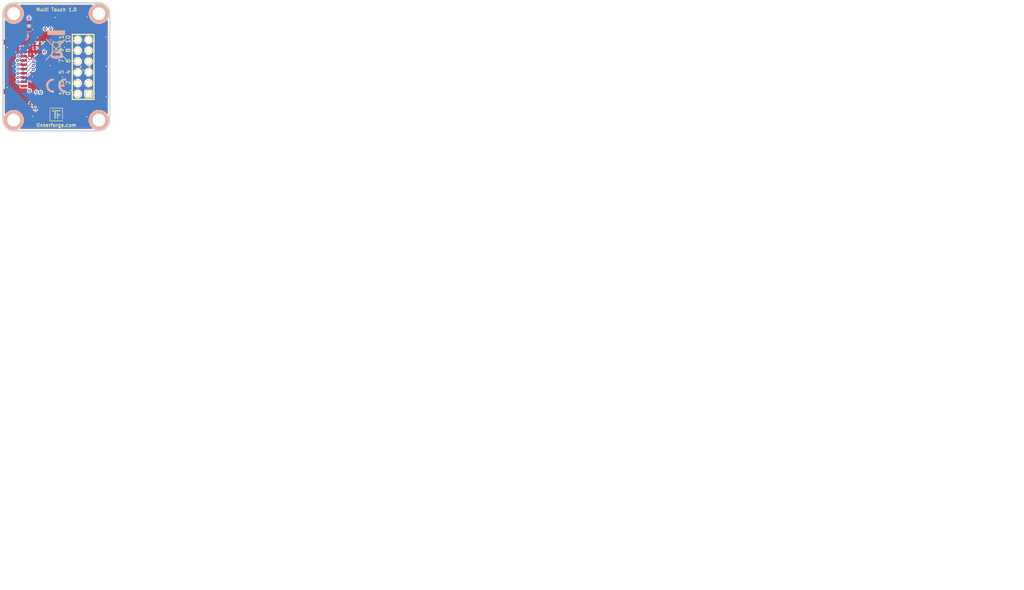
<source format=kicad_pcb>
(kicad_pcb (version 4) (host pcbnew 4.0.2+dfsg1-stable)
  (title_block (title "Multi Touch Bricklet") (rev 1.0) (company "Tinkerforge GmbH") (comment 1 "Licensed under CERN OHL v.1.1") (comment 2 "Copyright (©) 2013, B.Nordmeyer <bastian@tinkerforge.com>"))
  (layers (0 Vorderseite power) (31 Rückseite signal) (34 B.Paste user) (35 F.Paste user) (36 B.SilkS user) (37 F.SilkS user) (38 B.Mask user) (39 F.Mask user) (44 Edge.Cuts user))
  (net 0 "")
  (net 1 GND)
  (net 2 VCC)
  (net 3 "Net-(C3-Pad2)")
  (net 4 "Net-(P1-Pad1)")
  (net 5 "Net-(P1-Pad4)")
  (net 6 "Net-(P1-Pad5)")
  (net 7 "Net-(P1-Pad6)")
  (net 8 "Net-(P1-Pad7)")
  (net 9 "Net-(P1-Pad8)")
  (net 10 "Net-(P1-Pad9)")
  (net 11 "Net-(P1-Pad10)")
  (net 12 "Net-(P2-Pad1)")
  (net 13 "Net-(P2-Pad2)")
  (net 14 "Net-(P2-Pad3)")
  (net 15 "Net-(P2-Pad4)")
  (net 16 "Net-(P2-Pad5)")
  (net 17 "Net-(P2-Pad6)")
  (net 18 "Net-(P2-Pad7)")
  (net 19 "Net-(P2-Pad8)")
  (net 20 "Net-(P2-Pad9)")
  (net 21 "Net-(P2-Pad10)")
  (net 22 "Net-(P2-Pad11)")
  (net 23 "Net-(P2-Pad12)")
  (net 24 "Net-(R1-Pad1)")
  (net 25 "Net-(RP1-Pad3)")
  (net 26 "Net-(U1-Pad7)")
  (module pin_array_6x2 (layer Vorderseite) (at 61.7 42.3 90)
    (fp_text reference P2 (at 0 -0.5 90) (layer F.SilkS) (effects (font (size 0.3 0.3) (thickness 0.075))))
    (fp_text value CONN_12 (at 0.1 1.5 90) (layer F.SilkS) (effects (font (size 0.3 0.3) (thickness 0.075))))
    (pad 1 thru_hole rect (at -6.35 1.27 90) (size 1.524 1.524) (drill 1.016) (layers *.Cu *.Mask F.SilkS) (net 12 "Net-(P2-Pad1)"))
    (pad 2 thru_hole circle (at -6.35 -1.27 90) (size 1.524 1.524) (drill 1.016) (layers *.Cu *.Mask F.SilkS) (net 13 "Net-(P2-Pad2)"))
    (pad 3 thru_hole circle (at -3.81 1.27 90) (size 1.524 1.524) (drill 1.016) (layers *.Cu *.Mask F.SilkS) (net 14 "Net-(P2-Pad3)"))
    (pad 4 thru_hole circle (at -3.81 -1.27 90) (size 1.524 1.524) (drill 1.016) (layers *.Cu *.Mask F.SilkS) (net 15 "Net-(P2-Pad4)"))
    (pad 5 thru_hole circle (at -1.27 1.27 90) (size 1.524 1.524) (drill 1.016) (layers *.Cu *.Mask F.SilkS) (net 16 "Net-(P2-Pad5)"))
    (pad 6 thru_hole circle (at -1.27 -1.27 90) (size 1.524 1.524) (drill 1.016) (layers *.Cu *.Mask F.SilkS) (net 17 "Net-(P2-Pad6)"))
    (pad 7 thru_hole circle (at 1.27 1.27 90) (size 1.524 1.524) (drill 1.016) (layers *.Cu *.Mask F.SilkS) (net 18 "Net-(P2-Pad7)"))
    (pad 8 thru_hole circle (at 1.27 -1.27 90) (size 1.524 1.524) (drill 1.016) (layers *.Cu *.Mask F.SilkS) (net 19 "Net-(P2-Pad8)"))
    (pad 9 thru_hole circle (at 3.81 1.27 90) (size 1.524 1.524) (drill 1.016) (layers *.Cu *.Mask F.SilkS) (net 20 "Net-(P2-Pad9)"))
    (pad 10 thru_hole circle (at 3.81 -1.27 90) (size 1.524 1.524) (drill 1.016) (layers *.Cu *.Mask F.SilkS) (net 21 "Net-(P2-Pad10)"))
    (pad 11 thru_hole circle (at 6.35 1.27 90) (size 1.524 1.524) (drill 1.016) (layers *.Cu *.Mask F.SilkS) (net 22 "Net-(P2-Pad11)"))
    (pad 12 thru_hole circle (at 6.35 -1.27 90) (size 1.524 1.524) (drill 1.016) (layers *.Cu *.Mask F.SilkS) (net 23 "Net-(P2-Pad12)"))
  )
  (module kicad-libraries:DRILL_NP (layer Vorderseite) (at 45.4 29.8)
    (fp_text reference U6 hide)
    (fp_text value DRILL hide)
    (pad "" np_thru_hole circle (at 0 0) (size 2.99974 2.99974) (drill 2.99974) (layers *.Cu *.Mask F.SilkS) (clearance 0.89916))
  )
  (module kicad-libraries:DRILL_NP (layer Vorderseite) (at 65.4 54.8)
    (fp_text reference U5 hide)
    (fp_text value DRILL hide)
    (pad "" np_thru_hole circle (at 0 0) (size 2.99974 2.99974) (drill 2.99974) (layers *.Cu *.Mask F.SilkS) (clearance 0.89916))
  )
  (module kicad-libraries:DRILL_NP (layer Vorderseite) (at 45.4 54.8)
    (fp_text reference U4 hide)
    (fp_text value DRILL hide)
    (pad "" np_thru_hole circle (at 0 0) (size 2.99974 2.99974) (drill 2.99974) (layers *.Cu *.Mask F.SilkS) (clearance 0.89916))
  )
  (module kicad-libraries:DRILL_NP (layer Vorderseite) (at 65.4 29.8)
    (fp_text reference U3 hide)
    (fp_text value DRILL hide)
    (pad "" np_thru_hole circle (at 0 0) (size 2.99974 2.99974) (drill 2.99974) (layers *.Cu *.Mask F.SilkS) (clearance 0.89916))
  )
  (module kicad-libraries:R0603 (layer Vorderseite) (at 50.55 45.35 180)
    (fp_text reference R1)
    (fp_text value 75k)
    (pad 1 smd rect (at -0.8001 0 180) (size 0.8001 0.8001) (layers Vorderseite F.Paste F.Mask) (net 24 "Net-(R1-Pad1)"))
    (pad 2 smd rect (at 0.8001 0 180) (size 0.8001 0.8001) (layers Vorderseite F.Paste F.Mask) (net 1 GND))
  )
  (module kicad-libraries:C0603 (layer Vorderseite) (at 50.55 43.95)
    (fp_text reference C3)
    (fp_text value 100nF)
    (pad 1 smd rect (at -0.8001 0) (size 0.8001 0.8001) (layers Vorderseite F.Paste F.Mask) (net 1 GND))
    (pad 2 smd rect (at 0.8001 0) (size 0.8001 0.8001) (layers Vorderseite F.Paste F.Mask) (net 3 "Net-(C3-Pad2)"))
  )
  (module kicad-libraries:C0603 (layer Vorderseite) (at 50.6 39.8)
    (fp_text reference C2)
    (fp_text value 100nF)
    (pad 1 smd rect (at -0.8001 0) (size 0.8001 0.8001) (layers Vorderseite F.Paste F.Mask) (net 1 GND))
    (pad 2 smd rect (at 0.8001 0) (size 0.8001 0.8001) (layers Vorderseite F.Paste F.Mask) (net 2 VCC))
  )
  (module kicad-libraries:C0603 (layer Vorderseite) (at 49 32.7 270)
    (fp_text reference C1)
    (fp_text value 100nF)
    (pad 1 smd rect (at -0.8001 0 270) (size 0.8001 0.8001) (layers Vorderseite F.Paste F.Mask) (net 2 VCC))
    (pad 2 smd rect (at 0.8001 0 270) (size 0.8001 0.8001) (layers Vorderseite F.Paste F.Mask) (net 1 GND))
  )
  (module kicad-libraries:Fiducial_Mark (layer Vorderseite) (at 61.4 52.3)
    (fp_text reference Fiducial_Mark hide)
    (fp_text value VAL** hide)
    (pad 1 smd circle (at 0 0) (size 1.00076 1.00076) (layers Vorderseite F.Paste F.Mask) (clearance 0.65024))
  )
  (module kicad-libraries:Fiducial_Mark (layer Vorderseite) (at 47.75 35.05)
    (fp_text reference Fiducial_Mark hide)
    (fp_text value VAL** hide)
    (pad 1 smd circle (at 0 0) (size 1.00076 1.00076) (layers Vorderseite F.Paste F.Mask) (clearance 0.65024))
  )
  (module kicad-libraries:WEEE_7mm (layer Rückseite) (at 55.4 37.3)
    (fp_text reference VAL hide)
    (fp_text value WEEE_7mm hide)
  )
  (module kicad-libraries:CE_5mm (layer Rückseite) (at 55.4 46.7)
    (fp_text reference VAL hide)
    (fp_text value CE_5mm hide)
  )
  (module kicad-libraries:Logo_31x31 (layer Vorderseite) (at 53.8 51.9)
    (fp_text reference G*** hide)
    (fp_text value Logo_31x31 hide)
  )
  (module kicad-libraries:0603X4 (layer Vorderseite) (at 50.5 50.2)
    (fp_text reference RP1)
    (fp_text value 10k)
    (pad 1 smd rect (at 1.19888 -0.8509) (size 0.44958 0.89916) (layers Vorderseite F.Paste F.Mask) (net 10 "Net-(P1-Pad9)"))
    (pad 2 smd rect (at 0.39878 -0.8509) (size 0.44958 0.89916) (layers Vorderseite F.Paste F.Mask) (net 9 "Net-(P1-Pad8)"))
    (pad 3 smd rect (at -0.39878 -0.8509) (size 0.44958 0.89916) (layers Vorderseite F.Paste F.Mask) (net 25 "Net-(RP1-Pad3)"))
    (pad 4 smd rect (at -1.19888 -0.8509) (size 0.44958 0.89916) (layers Vorderseite F.Paste F.Mask) (net 8 "Net-(P1-Pad7)"))
    (pad 5 smd rect (at -1.19888 0.8509) (size 0.44958 0.89916) (layers Vorderseite F.Paste F.Mask) (net 2 VCC))
    (pad 6 smd rect (at -0.39878 0.8509) (size 0.44958 0.89916) (layers Vorderseite F.Paste F.Mask) (net 2 VCC))
    (pad 7 smd rect (at 0.39878 0.8509) (size 0.44958 0.89916) (layers Vorderseite F.Paste F.Mask) (net 2 VCC))
    (pad 8 smd rect (at 1.19888 0.8509) (size 0.44958 0.89916) (layers Vorderseite F.Paste F.Mask) (net 2 VCC))
  )
  (module kicad-libraries:CON-SENSOR (layer Vorderseite) (at 43 42.3 270)
    (fp_text reference P1)
    (fp_text value CON-SENSOR)
    (pad 1 smd rect (at -4.50088 -4.7752 270) (size 0.59944 1.5494) (layers Vorderseite F.Paste F.Mask) (net 4 "Net-(P1-Pad1)"))
    (pad 2 smd rect (at -3.50012 -4.7752 270) (size 0.59944 1.5494) (layers Vorderseite F.Paste F.Mask) (net 1 GND))
    (pad 3 smd rect (at -2.49936 -4.7752 270) (size 0.59944 1.5494) (layers Vorderseite F.Paste F.Mask) (net 2 VCC))
    (pad 4 smd rect (at -1.50114 -4.7752 270) (size 0.59944 1.5494) (layers Vorderseite F.Paste F.Mask) (net 5 "Net-(P1-Pad4)"))
    (pad 5 smd rect (at -0.50038 -4.7752 270) (size 0.59944 1.5494) (layers Vorderseite F.Paste F.Mask) (net 6 "Net-(P1-Pad5)"))
    (pad 6 smd rect (at 0.50038 -4.7752 270) (size 0.59944 1.5494) (layers Vorderseite F.Paste F.Mask) (net 7 "Net-(P1-Pad6)"))
    (pad 7 smd rect (at 1.50114 -4.7752 270) (size 0.59944 1.5494) (layers Vorderseite F.Paste F.Mask) (net 8 "Net-(P1-Pad7)"))
    (pad 8 smd rect (at 2.49936 -4.7752 270) (size 0.59944 1.5494) (layers Vorderseite F.Paste F.Mask) (net 9 "Net-(P1-Pad8)"))
    (pad 9 smd rect (at 3.50012 -4.7752 270) (size 0.59944 1.5494) (layers Vorderseite F.Paste F.Mask) (net 10 "Net-(P1-Pad9)"))
    (pad 10 smd rect (at 4.50088 -4.7752 270) (size 0.59944 1.5494) (layers Vorderseite F.Paste F.Mask) (net 11 "Net-(P1-Pad10)"))
    (pad EP smd rect (at -5.79882 -0.89916 270) (size 1.19888 1.80086) (layers Vorderseite F.Paste F.Mask) (net 1 GND))
    (pad EP smd rect (at 5.79882 -0.89916 270) (size 1.19888 1.80086) (layers Vorderseite F.Paste F.Mask) (net 1 GND))
  )
  (module kicad-libraries:SOIC8 (layer Vorderseite) (at 52.2 34.6)
    (fp_text reference U1)
    (fp_text value M24C64)
    (pad 1 smd rect (at -1.90246 2.69748 180) (size 0.59944 1.5494) (layers Vorderseite F.Paste F.Mask) (net 1 GND))
    (pad 2 smd rect (at -0.63246 2.69748 180) (size 0.59944 1.5494) (layers Vorderseite F.Paste F.Mask) (net 1 GND))
    (pad 3 smd rect (at 0.63246 2.69748 180) (size 0.59944 1.5494) (layers Vorderseite F.Paste F.Mask) (net 7 "Net-(P1-Pad6)"))
    (pad 4 smd rect (at 1.90246 2.69748 180) (size 0.59944 1.5494) (layers Vorderseite F.Paste F.Mask) (net 1 GND))
    (pad 5 smd rect (at 1.90246 -2.69748) (size 0.59944 1.5494) (layers Vorderseite F.Paste F.Mask) (net 6 "Net-(P1-Pad5)"))
    (pad 6 smd rect (at 0.63246 -2.69748) (size 0.59944 1.5494) (layers Vorderseite F.Paste F.Mask) (net 5 "Net-(P1-Pad4)"))
    (pad 7 smd rect (at -0.63246 -2.69748) (size 0.59944 1.5494) (layers Vorderseite F.Paste F.Mask) (net 26 "Net-(U1-Pad7)"))
    (pad 8 smd rect (at -1.90246 -2.69748) (size 0.59944 1.5494) (layers Vorderseite F.Paste F.Mask) (net 2 VCC))
  )
  (module kicad-libraries:QFN20-3X3 (layer Vorderseite) (at 53.75 42.05 270)
    (fp_text reference U2)
    (fp_text value MPR121Q)
    (pad 1 smd rect (at -0.79756 1.4986 90) (size 0.24892 0.89916) (layers Vorderseite F.Paste F.Mask) (net 8 "Net-(P1-Pad7)"))
    (pad 2 smd rect (at -0.39878 1.4986 90) (size 0.24892 0.89916) (layers Vorderseite F.Paste F.Mask) (net 9 "Net-(P1-Pad8)"))
    (pad 3 smd rect (at 0 1.4986 90) (size 0.24892 0.89916) (layers Vorderseite F.Paste F.Mask) (net 10 "Net-(P1-Pad9)"))
    (pad 4 smd rect (at 0.39878 1.4986 90) (size 0.24892 0.89916) (layers Vorderseite F.Paste F.Mask) (net 1 GND))
    (pad 5 smd rect (at 0.79756 1.4986 90) (size 0.24892 0.89916) (layers Vorderseite F.Paste F.Mask) (net 3 "Net-(C3-Pad2)"))
    (pad 6 smd rect (at 1.4986 0.79756 180) (size 0.24892 0.89916) (layers Vorderseite F.Paste F.Mask) (net 1 GND))
    (pad 7 smd rect (at 1.4986 0.39878 180) (size 0.24892 0.89916) (layers Vorderseite F.Paste F.Mask) (net 24 "Net-(R1-Pad1)"))
    (pad 8 smd rect (at 1.4986 0 180) (size 0.24892 0.89916) (layers Vorderseite F.Paste F.Mask) (net 12 "Net-(P2-Pad1)"))
    (pad 9 smd rect (at 1.4986 -0.39878 180) (size 0.24892 0.89916) (layers Vorderseite F.Paste F.Mask) (net 13 "Net-(P2-Pad2)"))
    (pad 10 smd rect (at 1.4986 -0.79756 180) (size 0.24892 0.89916) (layers Vorderseite F.Paste F.Mask) (net 14 "Net-(P2-Pad3)"))
    (pad 11 smd rect (at 0.79756 -1.4986 270) (size 0.24892 0.89916) (layers Vorderseite F.Paste F.Mask) (net 15 "Net-(P2-Pad4)"))
    (pad 12 smd rect (at 0.39878 -1.4986 270) (size 0.24892 0.89916) (layers Vorderseite F.Paste F.Mask) (net 16 "Net-(P2-Pad5)"))
    (pad 13 smd rect (at 0 -1.4986 270) (size 0.24892 0.89916) (layers Vorderseite F.Paste F.Mask) (net 17 "Net-(P2-Pad6)"))
    (pad 14 smd rect (at -0.39878 -1.4986 270) (size 0.24892 0.89916) (layers Vorderseite F.Paste F.Mask) (net 18 "Net-(P2-Pad7)"))
    (pad 15 smd rect (at -0.79756 -1.4986 270) (size 0.24892 0.89916) (layers Vorderseite F.Paste F.Mask) (net 19 "Net-(P2-Pad8)"))
    (pad 16 smd rect (at -1.4986 -0.79756) (size 0.24892 0.89916) (layers Vorderseite F.Paste F.Mask) (net 20 "Net-(P2-Pad9)"))
    (pad 17 smd rect (at -1.4986 -0.39878) (size 0.24892 0.89916) (layers Vorderseite F.Paste F.Mask) (net 21 "Net-(P2-Pad10)"))
    (pad 18 smd rect (at -1.4986 0) (size 0.24892 0.89916) (layers Vorderseite F.Paste F.Mask) (net 22 "Net-(P2-Pad11)"))
    (pad 19 smd rect (at -1.4986 0.39878) (size 0.24892 0.89916) (layers Vorderseite F.Paste F.Mask) (net 23 "Net-(P2-Pad12)"))
    (pad 20 smd rect (at -1.4986 0.79756) (size 0.24892 0.89916) (layers Vorderseite F.Paste F.Mask) (net 2 VCC))
  )
  (gr_line (start 42.9 54.8) (end 42.9 29.8) (angle 90) (layer Edge.Cuts) (width 0.381))
  (gr_line (start 67.9 29.9) (end 67.9 54.8) (angle 90) (layer Edge.Cuts) (width 0.381))
  (gr_text 10 (at 58.2 35.8 90) (layer F.SilkS) (effects (font (size 1 1))))
  (gr_text 11 (at 56.6 35.8 90) (layer F.SilkS) (effects (font (size 1 1))))
  (gr_text 8 (at 58.2 38.4 90) (layer F.SilkS) (effects (font (size 1 1))))
  (gr_text 9 (at 56.6 38.4 90) (layer F.SilkS) (effects (font (size 1 1))))
  (gr_text 6 (at 58.2 40.9 90) (layer F.SilkS) (effects (font (size 1 1))))
  (gr_text 7 (at 56.6 40.9 90) (layer F.SilkS) (effects (font (size 1 1))))
  (gr_text 4 (at 58.2 43.5 90) (layer F.SilkS) (effects (font (size 1 1))))
  (gr_text 5 (at 56.6 43.5 90) (layer F.SilkS) (effects (font (size 1 1))))
  (gr_text 3 (at 56.6 46 90) (layer F.SilkS) (effects (font (size 1 1))))
  (gr_text 2 (at 58.2 46 90) (layer F.SilkS) (effects (font (size 1 1))))
  (gr_text 1 (at 56.6 48.5 90) (layer F.SilkS) (effects (font (size 1 1))))
  (gr_text 0 (at 58.2 48.5 90) (layer F.SilkS) (effects (font (size 1 1))))
  (gr_line (start 65.5 27.3) (end 45.4 27.3) (angle 90) (layer Edge.Cuts) (width 0.381))
  (gr_line (start 45.4 57.3) (end 65.4 57.3) (angle 90) (layer Edge.Cuts) (width 0.381))
  (gr_arc (start 65.4 29.8) (end 65.5 27.3) (angle 90) (layer Edge.Cuts) (width 0.381))
  (gr_arc (start 65.4 54.8) (end 67.9 54.8) (angle 90) (layer Edge.Cuts) (width 0.381))
  (gr_text "Multi Touch 1.0" (at 55.45 28.85) (layer F.SilkS) (effects (font (size 0.8 0.8))))
  (gr_text tinkerforge.com (at 55.4 56) (layer F.SilkS) (effects (font (size 0.8 0.8))))
  (gr_arc (start 45.4 29.8) (end 42.9 29.8) (angle 90) (layer Edge.Cuts) (width 0.381))
  (gr_arc (start 45.4 54.8) (end 45.4 57.3) (angle 90) (layer Edge.Cuts) (width 0.381))
  (segment (start 62.6 54) (end 62.6 53.8) (width 0.15) (layer Vorderseite) (net 1))
  (segment (start 62.75 53.65) (end 62.75 51.15) (width 0.15) (layer Vorderseite) (net 1))
  (segment (start 62.6 53.8) (end 62.75 53.65) (width 0.15) (layer Vorderseite) (net 1))
  (segment (start 45.9 38.8) (end 45.8 38.8) (width 0.15) (layer Vorderseite) (net 1))
  (via (at 45.9 38.8) (size 0.70104) (layers Vorderseite Rückseite) (net 1))
  (via (at 45.2 42.1) (size 0.70104) (layers Vorderseite Rückseite) (net 1))
  (segment (start 45.2 39.4) (end 45.2 42.1) (width 0.15) (layer Vorderseite) (net 1))
  (segment (start 45.8 38.8) (end 45.2 39.4) (width 0.15) (layer Vorderseite) (net 1))
  (segment (start 67.1 42.2) (end 62.5 42.2) (width 0.15) (layer Vorderseite) (net 1))
  (via (at 61.7 43) (size 0.70104) (layers Vorderseite Rückseite) (net 1))
  (segment (start 62.5 42.2) (end 61.7 43) (width 0.15) (layer Vorderseite) (net 1))
  (segment (start 54.6 48.1) (end 58.5 48.1) (width 0.15) (layer Rückseite) (net 1))
  (segment (start 52.1 45.6) (end 54.6 48.1) (width 0.15) (layer Rückseite) (net 1))
  (via (at 54.6 48.1) (size 0.70104) (layers Vorderseite Rückseite) (net 1))
  (segment (start 52.1 44.4) (end 52.1 45.6) (width 0.15) (layer Rückseite) (net 1))
  (via (at 58.8 47.8) (size 0.70104) (layers Vorderseite Rückseite) (net 1))
  (segment (start 58.5 48.1) (end 58.8 47.8) (width 0.15) (layer Rückseite) (net 1))
  (segment (start 54.1 36) (end 55.6 36) (width 0.15) (layer Rückseite) (net 1))
  (via (at 57.3 37.7) (size 0.70104) (layers Vorderseite Rückseite) (net 1))
  (segment (start 55.6 36) (end 57.3 37.7) (width 0.15) (layer Rückseite) (net 1))
  (segment (start 53.9 42) (end 54.7 42) (width 0.15) (layer Rückseite) (net 1))
  (via (at 56.7 40) (size 0.70104) (layers Vorderseite Rückseite) (net 1))
  (segment (start 54.7 42) (end 56.7 40) (width 0.15) (layer Rückseite) (net 1))
  (segment (start 53.9 42) (end 54.1 42) (width 0.15) (layer Rückseite) (net 1))
  (via (at 56.8 44.7) (size 0.70104) (layers Vorderseite Rückseite) (net 1))
  (segment (start 54.1 42) (end 56.8 44.7) (width 0.15) (layer Rückseite) (net 1))
  (segment (start 54.1 36) (end 54.1 35.9) (width 0.15) (layer Rückseite) (net 1))
  (via (at 49.9 53.9) (size 0.70104) (layers Vorderseite Rückseite) (net 1))
  (segment (start 62.5 53.9) (end 49.9 53.9) (width 0.15) (layer Rückseite) (net 1))
  (segment (start 62.6 54) (end 62.5 53.9) (width 0.15) (layer Rückseite) (net 1))
  (via (at 62.6 54) (size 0.70104) (layers Vorderseite Rückseite) (net 1))
  (segment (start 64.4 49.5) (end 62.75 51.15) (width 0.15) (layer Vorderseite) (net 1))
  (via (at 67.1 42.2) (size 0.70104) (layers Vorderseite Rückseite) (net 1))
  (segment (start 67.1 42.2) (end 67.1 49.3) (width 0.15) (layer Rückseite) (net 1))
  (via (at 67.1 49.3) (size 0.70104) (layers Vorderseite Rückseite) (net 1))
  (segment (start 67.1 49.3) (end 65 49.3) (width 0.15) (layer Vorderseite) (net 1))
  (segment (start 65 49.3) (end 64.8 49.5) (width 0.15) (layer Vorderseite) (net 1))
  (segment (start 64.8 49.5) (end 64.4 49.5) (width 0.15) (layer Vorderseite) (net 1))
  (segment (start 67.1 35.4) (end 67.1 42.2) (width 0.15) (layer Vorderseite) (net 1))
  (segment (start 67 35.3) (end 67.1 35.4) (width 0.15) (layer Vorderseite) (net 1))
  (via (at 67 35.3) (size 0.70104) (layers Vorderseite Rückseite) (net 1))
  (segment (start 64.3 35.3) (end 67 35.3) (width 0.15) (layer Rückseite) (net 1))
  (segment (start 62.6 33.6) (end 64.3 35.3) (width 0.15) (layer Rückseite) (net 1))
  (segment (start 62.6 30.6) (end 62.6 33.6) (width 0.15) (layer Rückseite) (net 1))
  (via (at 62.6 30.6) (size 0.70104) (layers Vorderseite Rückseite) (net 1))
  (segment (start 55.2 30.6) (end 62.6 30.6) (width 0.15) (layer Vorderseite) (net 1))
  (segment (start 55.1 30.7) (end 55.2 30.6) (width 0.15) (layer Vorderseite) (net 1))
  (via (at 55.1 30.7) (size 0.70104) (layers Vorderseite Rückseite) (net 1))
  (segment (start 55.1 34.9) (end 55.1 30.7) (width 0.15) (layer Rückseite) (net 1))
  (segment (start 54.1 35.9) (end 55.1 34.9) (width 0.15) (layer Rückseite) (net 1))
  (segment (start 51 35.4) (end 49.2 37.2) (width 0.15) (layer Rückseite) (net 1))
  (segment (start 49.7999 37.7999) (end 49.2 37.2) (width 0.15) (layer Vorderseite) (net 1))
  (via (at 49.2 37.2) (size 0.70104) (layers Vorderseite Rückseite) (net 1))
  (segment (start 49.7999 37.7999) (end 49.7999 39.8) (width 0.15) (layer Vorderseite) (net 1))
  (via (at 51 35.4) (size 0.70104) (layers Vorderseite Rückseite) (net 1))
  (segment (start 51 35.4) (end 51 34.6) (width 0.15) (layer Vorderseite) (net 1))
  (segment (start 49.8999 33.5001) (end 49.9 33.5) (width 0.15) (layer Vorderseite) (net 1))
  (via (at 49.9 33.5) (size 0.70104) (layers Vorderseite Rückseite) (net 1))
  (segment (start 49.8999 33.5001) (end 49 33.5001) (width 0.15) (layer Vorderseite) (net 1))
  (segment (start 51 34.6) (end 49.9 33.5) (width 0.15) (layer Vorderseite) (net 1))
  (segment (start 45.9 38.8) (end 45 38.8) (width 0.15) (layer Vorderseite) (net 1))
  (segment (start 45.90012 38.79988) (end 45.9 38.8) (width 0.15) (layer Vorderseite) (net 1))
  (segment (start 47.7752 38.79988) (end 45.90012 38.79988) (width 0.15) (layer Vorderseite) (net 1))
  (segment (start 45 38.8) (end 43.9 37.7) (width 0.15) (layer Vorderseite) (net 1))
  (segment (start 43.89916 48.09882) (end 43.89916 47.10084) (width 0.15) (layer Vorderseite) (net 1))
  (segment (start 43.89916 47.10084) (end 43.9 47.1) (width 0.15) (layer Vorderseite) (net 1))
  (via (at 43.9 47.1) (size 0.70104) (layers Vorderseite Rückseite) (net 1))
  (segment (start 43.9 47.1) (end 43.9 37.7) (width 0.15) (layer Rückseite) (net 1))
  (via (at 43.9 37.7) (size 0.70104) (layers Vorderseite Rückseite) (net 1))
  (segment (start 43.89916 37.69916) (end 43.89916 36.50118) (width 0.15) (layer Vorderseite) (net 1))
  (segment (start 43.9 37.7) (end 43.89916 37.69916) (width 0.15) (layer Vorderseite) (net 1))
  (segment (start 49.8 44.6) (end 51.9 44.6) (width 0.15) (layer Rückseite) (net 1))
  (segment (start 49.7499 44.5499) (end 49.8 44.6) (width 0.15) (layer Vorderseite) (net 1))
  (via (at 49.8 44.6) (size 0.70104) (layers Vorderseite Rückseite) (net 1))
  (segment (start 49.7499 43.95) (end 49.7499 44.5499) (width 0.15) (layer Vorderseite) (net 1))
  (segment (start 53.9 42.6) (end 53.9 42) (width 0.15) (layer Rückseite) (net 1))
  (segment (start 51.9 44.6) (end 52.1 44.4) (width 0.15) (layer Rückseite) (net 1))
  (segment (start 52.1 44.4) (end 53.9 42.6) (width 0.15) (layer Rückseite) (net 1))
  (segment (start 49.7499 43.95) (end 49.7499 45.35) (width 0.15) (layer Vorderseite) (net 1))
  (segment (start 51 35.4) (end 53.5 35.4) (width 0.15) (layer Vorderseite) (net 1))
  (segment (start 51 35.7) (end 51 35.4) (width 0.15) (layer Vorderseite) (net 1))
  (segment (start 53.5 35.4) (end 54.1 36) (width 0.15) (layer Vorderseite) (net 1))
  (segment (start 53.9 42) (end 53.9 36.2) (width 0.15) (layer Rückseite) (net 1))
  (via (at 54.1 36) (size 0.70104) (layers Vorderseite Rückseite) (net 1))
  (segment (start 53.9 36.2) (end 54.1 36) (width 0.15) (layer Rückseite) (net 1))
  (segment (start 52.95244 43.5486) (end 52.95244 42.94756) (width 0.15) (layer Vorderseite) (net 1))
  (segment (start 52.95244 42.94756) (end 53.9 42) (width 0.15) (layer Vorderseite) (net 1))
  (via (at 53.9 42) (size 0.70104) (layers Vorderseite Rückseite) (net 1))
  (segment (start 54.10246 36.00246) (end 54.10246 37.29748) (width 0.15) (layer Vorderseite) (net 1))
  (segment (start 54.1 36) (end 54.10246 36.00246) (width 0.15) (layer Vorderseite) (net 1))
  (segment (start 50.29754 37.29748) (end 50.29754 35.90246) (width 0.15) (layer Vorderseite) (net 1))
  (segment (start 51.56754 35.86754) (end 51.56754 37.29748) (width 0.15) (layer Vorderseite) (net 1))
  (segment (start 51.4 35.7) (end 51.56754 35.86754) (width 0.15) (layer Vorderseite) (net 1))
  (segment (start 50.5 35.7) (end 51 35.7) (width 0.15) (layer Vorderseite) (net 1))
  (segment (start 51 35.7) (end 51.4 35.7) (width 0.15) (layer Vorderseite) (net 1))
  (segment (start 50.29754 35.90246) (end 50.5 35.7) (width 0.15) (layer Vorderseite) (net 1))
  (segment (start 49.7999 39.8) (end 49.7999 39.3999) (width 0.15) (layer Vorderseite) (net 1))
  (segment (start 49.7999 39.3999) (end 49.19988 38.79988) (width 0.15) (layer Vorderseite) (net 1))
  (segment (start 49.19988 38.79988) (end 47.7752 38.79988) (width 0.15) (layer Vorderseite) (net 1))
  (segment (start 49.7499 43.95) (end 49.85 43.95) (width 0.15) (layer Vorderseite) (net 1))
  (segment (start 51.35122 42.44878) (end 52.2514 42.44878) (width 0.15) (layer Vorderseite) (net 1))
  (segment (start 49.85 43.95) (end 51.35122 42.44878) (width 0.15) (layer Vorderseite) (net 1))
  (segment (start 50.5 52.1) (end 50.5 52.2) (width 0.15) (layer Vorderseite) (net 2))
  (segment (start 45.8 39.8) (end 46.5 39.8) (width 0.15) (layer Rückseite) (net 2))
  (segment (start 44.6 41) (end 45.8 39.8) (width 0.15) (layer Rückseite) (net 2))
  (segment (start 44.6 46.3) (end 44.6 41) (width 0.15) (layer Rückseite) (net 2))
  (segment (start 50.5 52.2) (end 44.6 46.3) (width 0.15) (layer Rückseite) (net 2))
  (via (at 50.5 52.2) (size 0.70104) (layers Vorderseite Rückseite) (net 2))
  (segment (start 50.89878 51.0509) (end 50.89878 52.1) (width 0.15) (layer Vorderseite) (net 2))
  (segment (start 50.89878 52.1) (end 50.9 52.1) (width 0.15) (layer Vorderseite) (net 2))
  (segment (start 50.10122 51.0509) (end 50.10122 52.1) (width 0.15) (layer Vorderseite) (net 2))
  (segment (start 50.10122 52.1) (end 50.1 52.1) (width 0.15) (layer Vorderseite) (net 2))
  (segment (start 51.69888 51.0509) (end 51.69888 51.80112) (width 0.15) (layer Vorderseite) (net 2))
  (segment (start 49.30112 51.80112) (end 49.30112 51.0509) (width 0.15) (layer Vorderseite) (net 2))
  (segment (start 49.6 52.1) (end 49.30112 51.80112) (width 0.15) (layer Vorderseite) (net 2))
  (segment (start 51.4 52.1) (end 50.9 52.1) (width 0.15) (layer Vorderseite) (net 2))
  (segment (start 50.9 52.1) (end 50.5 52.1) (width 0.15) (layer Vorderseite) (net 2))
  (segment (start 50.5 52.1) (end 50.1 52.1) (width 0.15) (layer Vorderseite) (net 2))
  (segment (start 50.1 52.1) (end 49.6 52.1) (width 0.15) (layer Vorderseite) (net 2))
  (segment (start 51.69888 51.80112) (end 51.4 52.1) (width 0.15) (layer Vorderseite) (net 2))
  (segment (start 49 31.8999) (end 50.29492 31.8999) (width 0.15) (layer Vorderseite) (net 2))
  (segment (start 50.29492 31.8999) (end 50.29754 31.90252) (width 0.15) (layer Vorderseite) (net 2))
  (segment (start 47.7752 39.80064) (end 48.30064 39.80064) (width 0.15) (layer Vorderseite) (net 2))
  (segment (start 50.7001 40.5) (end 51.4001 39.8) (width 0.15) (layer Vorderseite) (net 2))
  (segment (start 49 40.5) (end 50.7001 40.5) (width 0.15) (layer Vorderseite) (net 2))
  (segment (start 48.30064 39.80064) (end 49 40.5) (width 0.15) (layer Vorderseite) (net 2))
  (segment (start 49 31.8999) (end 49 30.8) (width 0.15) (layer Vorderseite) (net 2))
  (via (at 49 30.8) (size 0.70104) (layers Vorderseite Rückseite) (net 2))
  (segment (start 49 30.8) (end 49 35.7) (width 0.15) (layer Rückseite) (net 2))
  (segment (start 49 35.7) (end 46.5 38.2) (width 0.15) (layer Rückseite) (net 2))
  (segment (start 46.5 38.2) (end 46.5 39.8) (width 0.15) (layer Rückseite) (net 2))
  (segment (start 46.50064 39.80064) (end 46.5 39.8) (width 0.15) (layer Vorderseite) (net 2))
  (segment (start 46.50064 39.80064) (end 47.7752 39.80064) (width 0.15) (layer Vorderseite) (net 2))
  (via (at 46.5 39.8) (size 0.70104) (layers Vorderseite Rückseite) (net 2))
  (segment (start 52.95244 40.5514) (end 52.1515 40.5514) (width 0.15) (layer Vorderseite) (net 2))
  (segment (start 52.1515 40.5514) (end 51.4001 39.8) (width 0.15) (layer Vorderseite) (net 2))
  (segment (start 52.2514 42.84756) (end 51.55244 42.84756) (width 0.15) (layer Vorderseite) (net 3))
  (segment (start 51.3501 43.0499) (end 51.3501 43.95) (width 0.15) (layer Vorderseite) (net 3))
  (segment (start 51.55244 42.84756) (end 51.3501 43.0499) (width 0.15) (layer Vorderseite) (net 3))
  (segment (start 52.83246 31.90252) (end 52.83246 33.36754) (width 0.15) (layer Vorderseite) (net 5))
  (segment (start 46.30114 40.79886) (end 47.7752 40.79886) (width 0.15) (layer Vorderseite) (net 5))
  (segment (start 46.3 40.8) (end 46.30114 40.79886) (width 0.15) (layer Vorderseite) (net 5))
  (via (at 46.3 40.8) (size 0.70104) (layers Vorderseite Rückseite) (net 5))
  (segment (start 46.5 40.8) (end 46.3 40.8) (width 0.15) (layer Rückseite) (net 5))
  (segment (start 52.8 34.5) (end 46.5 40.8) (width 0.15) (layer Rückseite) (net 5))
  (segment (start 52.8 33.4) (end 52.8 34.5) (width 0.15) (layer Rückseite) (net 5))
  (via (at 52.8 33.4) (size 0.70104) (layers Vorderseite Rückseite) (net 5))
  (segment (start 52.83246 33.36754) (end 52.8 33.4) (width 0.15) (layer Vorderseite) (net 5))
  (segment (start 47.7752 41.79962) (end 46.40038 41.79962) (width 0.15) (layer Vorderseite) (net 6))
  (segment (start 54.10246 33.39754) (end 54.10246 31.90252) (width 0.15) (layer Vorderseite) (net 6))
  (segment (start 54.1 33.4) (end 54.10246 33.39754) (width 0.15) (layer Vorderseite) (net 6))
  (via (at 54.1 33.4) (size 0.70104) (layers Vorderseite Rückseite) (net 6))
  (segment (start 54.1 34.6) (end 54.1 33.4) (width 0.15) (layer Rückseite) (net 6))
  (segment (start 47.2 41.5) (end 54.1 34.6) (width 0.15) (layer Rückseite) (net 6))
  (segment (start 46.7 41.5) (end 47.2 41.5) (width 0.15) (layer Rückseite) (net 6))
  (segment (start 46.4 41.8) (end 46.7 41.5) (width 0.15) (layer Rückseite) (net 6))
  (via (at 46.4 41.8) (size 0.70104) (layers Vorderseite Rückseite) (net 6))
  (segment (start 46.40038 41.79962) (end 46.4 41.8) (width 0.15) (layer Vorderseite) (net 6))
  (segment (start 47.7752 42.80038) (end 46.40038 42.80038) (width 0.15) (layer Vorderseite) (net 7))
  (segment (start 52.83246 38.56754) (end 52.83246 37.29748) (width 0.15) (layer Vorderseite) (net 7))
  (segment (start 52.6 38.8) (end 52.83246 38.56754) (width 0.15) (layer Vorderseite) (net 7))
  (via (at 52.6 38.8) (size 0.70104) (layers Vorderseite Rückseite) (net 7))
  (segment (start 51.1 38.8) (end 52.6 38.8) (width 0.15) (layer Rückseite) (net 7))
  (segment (start 47.1 42.8) (end 51.1 38.8) (width 0.15) (layer Rückseite) (net 7))
  (segment (start 46.4 42.8) (end 47.1 42.8) (width 0.15) (layer Rückseite) (net 7))
  (via (at 46.4 42.8) (size 0.70104) (layers Vorderseite Rückseite) (net 7))
  (segment (start 46.40038 42.80038) (end 46.4 42.8) (width 0.15) (layer Vorderseite) (net 7))
  (segment (start 46.4 43.8) (end 46 43.8) (width 0.15) (layer Rückseite) (net 8))
  (segment (start 49.30112 48.10112) (end 49.30112 49.3491) (width 0.15) (layer Vorderseite) (net 8))
  (segment (start 49.1 47.9) (end 49.30112 48.10112) (width 0.15) (layer Vorderseite) (net 8))
  (via (at 49.1 47.9) (size 0.70104) (layers Vorderseite Rückseite) (net 8))
  (segment (start 46.9 47.9) (end 49.1 47.9) (width 0.15) (layer Rückseite) (net 8))
  (segment (start 45.3 46.3) (end 46.9 47.9) (width 0.15) (layer Rückseite) (net 8))
  (segment (start 45.3 44.5) (end 45.3 46.3) (width 0.15) (layer Rückseite) (net 8))
  (segment (start 46 43.8) (end 45.3 44.5) (width 0.15) (layer Rückseite) (net 8))
  (segment (start 47.7752 43.80114) (end 46.40114 43.80114) (width 0.15) (layer Vorderseite) (net 8))
  (segment (start 50.25244 41.25244) (end 52.2514 41.25244) (width 0.15) (layer Vorderseite) (net 8))
  (segment (start 50.1 41.1) (end 50.25244 41.25244) (width 0.15) (layer Vorderseite) (net 8))
  (via (at 50.1 41.1) (size 0.70104) (layers Vorderseite Rückseite) (net 8))
  (segment (start 49.8 41.1) (end 50.1 41.1) (width 0.15) (layer Rückseite) (net 8))
  (segment (start 47.1 43.8) (end 49.8 41.1) (width 0.15) (layer Rückseite) (net 8))
  (segment (start 46.4 43.8) (end 47.1 43.8) (width 0.15) (layer Rückseite) (net 8))
  (via (at 46.4 43.8) (size 0.70104) (layers Vorderseite Rückseite) (net 8))
  (segment (start 46.40114 43.80114) (end 46.4 43.8) (width 0.15) (layer Vorderseite) (net 8))
  (segment (start 46.4 44.8) (end 46.2 44.8) (width 0.15) (layer Rückseite) (net 9))
  (segment (start 50.89878 48.39878) (end 50.89878 49.3491) (width 0.15) (layer Vorderseite) (net 9))
  (segment (start 50.7 48.2) (end 50.89878 48.39878) (width 0.15) (layer Vorderseite) (net 9))
  (via (at 50.7 48.2) (size 0.70104) (layers Vorderseite Rückseite) (net 9))
  (segment (start 49.2 46.7) (end 50.7 48.2) (width 0.15) (layer Rückseite) (net 9))
  (segment (start 46.4 46.7) (end 49.2 46.7) (width 0.15) (layer Rückseite) (net 9))
  (segment (start 45.8 46.1) (end 46.4 46.7) (width 0.15) (layer Rückseite) (net 9))
  (segment (start 45.8 45.2) (end 45.8 46.1) (width 0.15) (layer Rückseite) (net 9))
  (segment (start 46.2 44.8) (end 45.8 45.2) (width 0.15) (layer Rückseite) (net 9))
  (segment (start 47.7752 44.79936) (end 46.40064 44.79936) (width 0.15) (layer Vorderseite) (net 9))
  (segment (start 50.34878 41.65122) (end 52.2514 41.65122) (width 0.15) (layer Vorderseite) (net 9))
  (segment (start 50 42) (end 50.34878 41.65122) (width 0.15) (layer Vorderseite) (net 9))
  (via (at 50 42) (size 0.70104) (layers Vorderseite Rückseite) (net 9))
  (segment (start 47.2 44.8) (end 50 42) (width 0.15) (layer Rückseite) (net 9))
  (segment (start 46.4 44.8) (end 47.2 44.8) (width 0.15) (layer Rückseite) (net 9))
  (via (at 46.4 44.8) (size 0.70104) (layers Vorderseite Rückseite) (net 9))
  (segment (start 46.40064 44.79936) (end 46.4 44.8) (width 0.15) (layer Vorderseite) (net 9))
  (segment (start 51.69888 49.3491) (end 51.69888 48.30112) (width 0.15) (layer Vorderseite) (net 10))
  (segment (start 49.2 45.8) (end 47.1 45.8) (width 0.15) (layer Rückseite) (net 10))
  (segment (start 51.7 48.3) (end 49.2 45.8) (width 0.15) (layer Rückseite) (net 10))
  (via (at 51.7 48.3) (size 0.70104) (layers Vorderseite Rückseite) (net 10))
  (segment (start 51.69888 48.30112) (end 51.7 48.3) (width 0.15) (layer Vorderseite) (net 10))
  (segment (start 52.2514 42.05) (end 50.85 42.05) (width 0.15) (layer Vorderseite) (net 10))
  (segment (start 46.40012 45.80012) (end 47.7752 45.80012) (width 0.15) (layer Vorderseite) (net 10))
  (segment (start 46.4 45.8) (end 46.40012 45.80012) (width 0.15) (layer Vorderseite) (net 10))
  (via (at 46.4 45.8) (size 0.70104) (layers Vorderseite Rückseite) (net 10))
  (segment (start 47.1 45.8) (end 46.4 45.8) (width 0.15) (layer Rückseite) (net 10))
  (segment (start 50 42.9) (end 47.1 45.8) (width 0.15) (layer Rückseite) (net 10))
  (via (at 50 42.9) (size 0.70104) (layers Vorderseite Rückseite) (net 10))
  (segment (start 50.85 42.05) (end 50 42.9) (width 0.15) (layer Vorderseite) (net 10))
  (segment (start 53.75 43.5486) (end 53.75 44.75) (width 0.15) (layer Vorderseite) (net 12))
  (segment (start 61.42 50.1) (end 62.97 48.55) (width 0.15) (layer Vorderseite) (net 12))
  (segment (start 59.1 50.1) (end 61.42 50.1) (width 0.15) (layer Vorderseite) (net 12))
  (segment (start 53.75 44.75) (end 59.1 50.1) (width 0.15) (layer Vorderseite) (net 12))
  (segment (start 54.14878 43.5486) (end 54.14878 44.34878) (width 0.15) (layer Vorderseite) (net 13))
  (segment (start 58.35 48.55) (end 60.43 48.55) (width 0.15) (layer Vorderseite) (net 13))
  (segment (start 54.14878 44.34878) (end 58.35 48.55) (width 0.15) (layer Vorderseite) (net 13))
  (segment (start 54.54756 43.5486) (end 54.54756 44.24756) (width 0.15) (layer Vorderseite) (net 14))
  (segment (start 61.78 47.2) (end 62.97 46.01) (width 0.15) (layer Vorderseite) (net 14))
  (segment (start 57.5 47.2) (end 61.78 47.2) (width 0.15) (layer Vorderseite) (net 14))
  (segment (start 54.54756 44.24756) (end 57.5 47.2) (width 0.15) (layer Vorderseite) (net 14))
  (segment (start 55.2486 42.84756) (end 56.14756 42.84756) (width 0.15) (layer Vorderseite) (net 15))
  (segment (start 60.43 45.83) (end 60.43 46.01) (width 0.15) (layer Vorderseite) (net 15))
  (segment (start 58.1 43.5) (end 60.43 45.83) (width 0.15) (layer Vorderseite) (net 15))
  (segment (start 56.8 43.5) (end 58.1 43.5) (width 0.15) (layer Vorderseite) (net 15))
  (segment (start 56.14756 42.84756) (end 56.8 43.5) (width 0.15) (layer Vorderseite) (net 15))
  (segment (start 55.2486 42.44878) (end 56.34878 42.44878) (width 0.15) (layer Vorderseite) (net 16))
  (segment (start 61.74 44.7) (end 62.97 43.47) (width 0.15) (layer Vorderseite) (net 16))
  (segment (start 59.9 44.7) (end 61.74 44.7) (width 0.15) (layer Vorderseite) (net 16))
  (segment (start 58.2 43) (end 59.9 44.7) (width 0.15) (layer Vorderseite) (net 16))
  (segment (start 56.9 43) (end 58.2 43) (width 0.15) (layer Vorderseite) (net 16))
  (segment (start 56.34878 42.44878) (end 56.9 43) (width 0.15) (layer Vorderseite) (net 16))
  (segment (start 55.2486 42.05) (end 56.55 42.05) (width 0.15) (layer Vorderseite) (net 17))
  (segment (start 59.56 42.6) (end 60.43 43.47) (width 0.15) (layer Vorderseite) (net 17))
  (segment (start 57.1 42.6) (end 59.56 42.6) (width 0.15) (layer Vorderseite) (net 17))
  (segment (start 56.55 42.05) (end 57.1 42.6) (width 0.15) (layer Vorderseite) (net 17))
  (segment (start 62.97 40.93) (end 62.97 41.13) (width 0.15) (layer Vorderseite) (net 18))
  (segment (start 56.85122 41.65122) (end 55.2486 41.65122) (width 0.15) (layer Vorderseite) (net 18))
  (segment (start 57.4 42.2) (end 56.85122 41.65122) (width 0.15) (layer Vorderseite) (net 18))
  (segment (start 61.9 42.2) (end 57.4 42.2) (width 0.15) (layer Vorderseite) (net 18))
  (segment (start 62.97 41.13) (end 61.9 42.2) (width 0.15) (layer Vorderseite) (net 18))
  (segment (start 55.2486 41.25244) (end 60.10756 41.25244) (width 0.15) (layer Vorderseite) (net 19))
  (segment (start 60.10756 41.25244) (end 60.43 40.93) (width 0.15) (layer Vorderseite) (net 19))
  (segment (start 54.54756 40.5514) (end 54.54756 40.15244) (width 0.15) (layer Vorderseite) (net 20))
  (segment (start 61.66 39.7) (end 62.97 38.39) (width 0.15) (layer Vorderseite) (net 20))
  (segment (start 59.3 39.7) (end 61.66 39.7) (width 0.15) (layer Vorderseite) (net 20))
  (segment (start 58.8 39.2) (end 59.3 39.7) (width 0.15) (layer Vorderseite) (net 20))
  (segment (start 55.5 39.2) (end 58.8 39.2) (width 0.15) (layer Vorderseite) (net 20))
  (segment (start 54.54756 40.15244) (end 55.5 39.2) (width 0.15) (layer Vorderseite) (net 20))
  (segment (start 54.14878 40.5514) (end 54.14878 40.05122) (width 0.15) (layer Vorderseite) (net 21))
  (segment (start 60.02 38.8) (end 60.43 38.39) (width 0.15) (layer Vorderseite) (net 21))
  (segment (start 55.4 38.8) (end 60.02 38.8) (width 0.15) (layer Vorderseite) (net 21))
  (segment (start 54.14878 40.05122) (end 55.4 38.8) (width 0.15) (layer Vorderseite) (net 21))
  (segment (start 53.75 40.5514) (end 53.75 39.95) (width 0.15) (layer Vorderseite) (net 22))
  (segment (start 61.72 37.1) (end 62.97 35.85) (width 0.15) (layer Vorderseite) (net 22))
  (segment (start 56.6 37.1) (end 61.72 37.1) (width 0.15) (layer Vorderseite) (net 22))
  (segment (start 53.75 39.95) (end 56.6 37.1) (width 0.15) (layer Vorderseite) (net 22))
  (segment (start 53.35122 40.5514) (end 53.35122 39.74878) (width 0.15) (layer Vorderseite) (net 23))
  (segment (start 57.25 35.85) (end 60.43 35.85) (width 0.15) (layer Vorderseite) (net 23))
  (segment (start 53.35122 39.74878) (end 57.25 35.85) (width 0.15) (layer Vorderseite) (net 23))
  (segment (start 53.35122 43.5486) (end 53.35122 44.64878) (width 0.15) (layer Vorderseite) (net 24))
  (segment (start 52.65 45.35) (end 51.3501 45.35) (width 0.15) (layer Vorderseite) (net 24))
  (segment (start 53.35122 44.64878) (end 52.65 45.35) (width 0.15) (layer Vorderseite) (net 24))
  (zone (net 1) (net_name GND) (layer Vorderseite) (connect_pads (clearance 0.24892)) (min_thickness 0.24892) (fill yes (arc_segments 16) (thermal_gap 0.29972) (thermal_bridge_width 0.29972))
    (polygon (pts (xy 42.9 57.3) (xy 67.9 57.3) (xy 67.9 27.3) (xy 42.9 27.3)))
  )
  (zone (net 1) (net_name GND) (layer Rückseite) (connect_pads (clearance 0.24892)) (min_thickness 0.24892) (fill yes (arc_segments 16) (thermal_gap 0.29972) (thermal_bridge_width 0.29972))
    (polygon (pts (xy 42.9 27.3) (xy 67.9 27.3) (xy 67.9 57.3) (xy 42.9 57.3)))
  )
)
</source>
